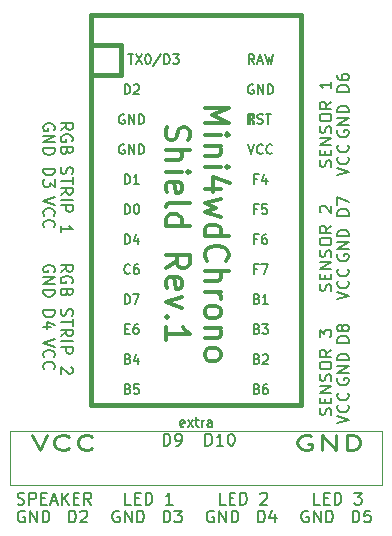
<source format=gto>
G04 #@! TF.GenerationSoftware,KiCad,Pcbnew,(5.1.5-0-10_14)*
G04 #@! TF.CreationDate,2020-03-08T22:31:04+01:00*
G04 #@! TF.ProjectId,pro_micro_shield,70726f5f-6d69-4637-926f-5f736869656c,rev?*
G04 #@! TF.SameCoordinates,Original*
G04 #@! TF.FileFunction,Legend,Top*
G04 #@! TF.FilePolarity,Positive*
%FSLAX46Y46*%
G04 Gerber Fmt 4.6, Leading zero omitted, Abs format (unit mm)*
G04 Created by KiCad (PCBNEW (5.1.5-0-10_14)) date 2020-03-08 22:31:04*
%MOMM*%
%LPD*%
G04 APERTURE LIST*
%ADD10C,0.150000*%
%ADD11C,0.120000*%
%ADD12C,0.250000*%
%ADD13C,0.300000*%
%ADD14C,0.381000*%
G04 APERTURE END LIST*
D10*
X173490476Y-104073809D02*
X173414285Y-104111904D01*
X173261904Y-104111904D01*
X173185714Y-104073809D01*
X173147619Y-103997619D01*
X173147619Y-103692857D01*
X173185714Y-103616666D01*
X173261904Y-103578571D01*
X173414285Y-103578571D01*
X173490476Y-103616666D01*
X173528571Y-103692857D01*
X173528571Y-103769047D01*
X173147619Y-103845238D01*
X173795238Y-104111904D02*
X174214285Y-103578571D01*
X173795238Y-103578571D02*
X174214285Y-104111904D01*
X174404761Y-103578571D02*
X174709523Y-103578571D01*
X174519047Y-103311904D02*
X174519047Y-103997619D01*
X174557142Y-104073809D01*
X174633333Y-104111904D01*
X174709523Y-104111904D01*
X174976190Y-104111904D02*
X174976190Y-103578571D01*
X174976190Y-103730952D02*
X175014285Y-103654761D01*
X175052380Y-103616666D01*
X175128571Y-103578571D01*
X175204761Y-103578571D01*
X175814285Y-104111904D02*
X175814285Y-103692857D01*
X175776190Y-103616666D01*
X175700000Y-103578571D01*
X175547619Y-103578571D01*
X175471428Y-103616666D01*
X175814285Y-104073809D02*
X175738095Y-104111904D01*
X175547619Y-104111904D01*
X175471428Y-104073809D01*
X175433333Y-103997619D01*
X175433333Y-103921428D01*
X175471428Y-103845238D01*
X175547619Y-103807142D01*
X175738095Y-103807142D01*
X175814285Y-103769047D01*
D11*
X158750000Y-104500000D02*
X158750000Y-109000000D01*
X190250000Y-104500000D02*
X158750000Y-104500000D01*
X190250000Y-109000000D02*
X190250000Y-104500000D01*
X158750000Y-109000000D02*
X190250000Y-109000000D01*
D12*
X184226190Y-104900000D02*
X184035714Y-104842857D01*
X183750000Y-104842857D01*
X183464285Y-104900000D01*
X183273809Y-105014285D01*
X183178571Y-105128571D01*
X183083333Y-105357142D01*
X183083333Y-105528571D01*
X183178571Y-105757142D01*
X183273809Y-105871428D01*
X183464285Y-105985714D01*
X183750000Y-106042857D01*
X183940476Y-106042857D01*
X184226190Y-105985714D01*
X184321428Y-105928571D01*
X184321428Y-105528571D01*
X183940476Y-105528571D01*
X185178571Y-106042857D02*
X185178571Y-104842857D01*
X186321428Y-106042857D01*
X186321428Y-104842857D01*
X187273809Y-106042857D02*
X187273809Y-104842857D01*
X187750000Y-104842857D01*
X188035714Y-104900000D01*
X188226190Y-105014285D01*
X188321428Y-105128571D01*
X188416666Y-105357142D01*
X188416666Y-105528571D01*
X188321428Y-105757142D01*
X188226190Y-105871428D01*
X188035714Y-105985714D01*
X187750000Y-106042857D01*
X187273809Y-106042857D01*
D13*
X175245238Y-77083333D02*
X177245238Y-77083333D01*
X175816666Y-77750000D01*
X177245238Y-78416666D01*
X175245238Y-78416666D01*
X175245238Y-79369047D02*
X176578571Y-79369047D01*
X177245238Y-79369047D02*
X177150000Y-79273809D01*
X177054761Y-79369047D01*
X177150000Y-79464285D01*
X177245238Y-79369047D01*
X177054761Y-79369047D01*
X176578571Y-80321428D02*
X175245238Y-80321428D01*
X176388095Y-80321428D02*
X176483333Y-80416666D01*
X176578571Y-80607142D01*
X176578571Y-80892857D01*
X176483333Y-81083333D01*
X176292857Y-81178571D01*
X175245238Y-81178571D01*
X175245238Y-82130952D02*
X176578571Y-82130952D01*
X177245238Y-82130952D02*
X177150000Y-82035714D01*
X177054761Y-82130952D01*
X177150000Y-82226190D01*
X177245238Y-82130952D01*
X177054761Y-82130952D01*
X176578571Y-83940476D02*
X175245238Y-83940476D01*
X177340476Y-83464285D02*
X175911904Y-82988095D01*
X175911904Y-84226190D01*
X176578571Y-84797619D02*
X175245238Y-85178571D01*
X176197619Y-85559523D01*
X175245238Y-85940476D01*
X176578571Y-86321428D01*
X175245238Y-87940476D02*
X177245238Y-87940476D01*
X175340476Y-87940476D02*
X175245238Y-87750000D01*
X175245238Y-87369047D01*
X175340476Y-87178571D01*
X175435714Y-87083333D01*
X175626190Y-86988095D01*
X176197619Y-86988095D01*
X176388095Y-87083333D01*
X176483333Y-87178571D01*
X176578571Y-87369047D01*
X176578571Y-87750000D01*
X176483333Y-87940476D01*
X175435714Y-90035714D02*
X175340476Y-89940476D01*
X175245238Y-89654761D01*
X175245238Y-89464285D01*
X175340476Y-89178571D01*
X175530952Y-88988095D01*
X175721428Y-88892857D01*
X176102380Y-88797619D01*
X176388095Y-88797619D01*
X176769047Y-88892857D01*
X176959523Y-88988095D01*
X177150000Y-89178571D01*
X177245238Y-89464285D01*
X177245238Y-89654761D01*
X177150000Y-89940476D01*
X177054761Y-90035714D01*
X175245238Y-90892857D02*
X177245238Y-90892857D01*
X175245238Y-91750000D02*
X176292857Y-91750000D01*
X176483333Y-91654761D01*
X176578571Y-91464285D01*
X176578571Y-91178571D01*
X176483333Y-90988095D01*
X176388095Y-90892857D01*
X175245238Y-92702380D02*
X176578571Y-92702380D01*
X176197619Y-92702380D02*
X176388095Y-92797619D01*
X176483333Y-92892857D01*
X176578571Y-93083333D01*
X176578571Y-93273809D01*
X175245238Y-94226190D02*
X175340476Y-94035714D01*
X175435714Y-93940476D01*
X175626190Y-93845238D01*
X176197619Y-93845238D01*
X176388095Y-93940476D01*
X176483333Y-94035714D01*
X176578571Y-94226190D01*
X176578571Y-94511904D01*
X176483333Y-94702380D01*
X176388095Y-94797619D01*
X176197619Y-94892857D01*
X175626190Y-94892857D01*
X175435714Y-94797619D01*
X175340476Y-94702380D01*
X175245238Y-94511904D01*
X175245238Y-94226190D01*
X176578571Y-95750000D02*
X175245238Y-95750000D01*
X176388095Y-95750000D02*
X176483333Y-95845238D01*
X176578571Y-96035714D01*
X176578571Y-96321428D01*
X176483333Y-96511904D01*
X176292857Y-96607142D01*
X175245238Y-96607142D01*
X175245238Y-97845238D02*
X175340476Y-97654761D01*
X175435714Y-97559523D01*
X175626190Y-97464285D01*
X176197619Y-97464285D01*
X176388095Y-97559523D01*
X176483333Y-97654761D01*
X176578571Y-97845238D01*
X176578571Y-98130952D01*
X176483333Y-98321428D01*
X176388095Y-98416666D01*
X176197619Y-98511904D01*
X175626190Y-98511904D01*
X175435714Y-98416666D01*
X175340476Y-98321428D01*
X175245238Y-98130952D01*
X175245238Y-97845238D01*
X172040476Y-78702380D02*
X171945238Y-78988095D01*
X171945238Y-79464285D01*
X172040476Y-79654761D01*
X172135714Y-79750000D01*
X172326190Y-79845238D01*
X172516666Y-79845238D01*
X172707142Y-79750000D01*
X172802380Y-79654761D01*
X172897619Y-79464285D01*
X172992857Y-79083333D01*
X173088095Y-78892857D01*
X173183333Y-78797619D01*
X173373809Y-78702380D01*
X173564285Y-78702380D01*
X173754761Y-78797619D01*
X173850000Y-78892857D01*
X173945238Y-79083333D01*
X173945238Y-79559523D01*
X173850000Y-79845238D01*
X171945238Y-80702380D02*
X173945238Y-80702380D01*
X171945238Y-81559523D02*
X172992857Y-81559523D01*
X173183333Y-81464285D01*
X173278571Y-81273809D01*
X173278571Y-80988095D01*
X173183333Y-80797619D01*
X173088095Y-80702380D01*
X171945238Y-82511904D02*
X173278571Y-82511904D01*
X173945238Y-82511904D02*
X173850000Y-82416666D01*
X173754761Y-82511904D01*
X173850000Y-82607142D01*
X173945238Y-82511904D01*
X173754761Y-82511904D01*
X172040476Y-84226190D02*
X171945238Y-84035714D01*
X171945238Y-83654761D01*
X172040476Y-83464285D01*
X172230952Y-83369047D01*
X172992857Y-83369047D01*
X173183333Y-83464285D01*
X173278571Y-83654761D01*
X173278571Y-84035714D01*
X173183333Y-84226190D01*
X172992857Y-84321428D01*
X172802380Y-84321428D01*
X172611904Y-83369047D01*
X171945238Y-85464285D02*
X172040476Y-85273809D01*
X172230952Y-85178571D01*
X173945238Y-85178571D01*
X171945238Y-87083333D02*
X173945238Y-87083333D01*
X172040476Y-87083333D02*
X171945238Y-86892857D01*
X171945238Y-86511904D01*
X172040476Y-86321428D01*
X172135714Y-86226190D01*
X172326190Y-86130952D01*
X172897619Y-86130952D01*
X173088095Y-86226190D01*
X173183333Y-86321428D01*
X173278571Y-86511904D01*
X173278571Y-86892857D01*
X173183333Y-87083333D01*
X171945238Y-90702380D02*
X172897619Y-90035714D01*
X171945238Y-89559523D02*
X173945238Y-89559523D01*
X173945238Y-90321428D01*
X173850000Y-90511904D01*
X173754761Y-90607142D01*
X173564285Y-90702380D01*
X173278571Y-90702380D01*
X173088095Y-90607142D01*
X172992857Y-90511904D01*
X172897619Y-90321428D01*
X172897619Y-89559523D01*
X172040476Y-92321428D02*
X171945238Y-92130952D01*
X171945238Y-91750000D01*
X172040476Y-91559523D01*
X172230952Y-91464285D01*
X172992857Y-91464285D01*
X173183333Y-91559523D01*
X173278571Y-91750000D01*
X173278571Y-92130952D01*
X173183333Y-92321428D01*
X172992857Y-92416666D01*
X172802380Y-92416666D01*
X172611904Y-91464285D01*
X173278571Y-93083333D02*
X171945238Y-93559523D01*
X173278571Y-94035714D01*
X172135714Y-94797619D02*
X172040476Y-94892857D01*
X171945238Y-94797619D01*
X172040476Y-94702380D01*
X172135714Y-94797619D01*
X171945238Y-94797619D01*
X171945238Y-96797619D02*
X171945238Y-95654761D01*
X171945238Y-96226190D02*
X173945238Y-96226190D01*
X173659523Y-96035714D01*
X173469047Y-95845238D01*
X173373809Y-95654761D01*
D10*
X185904761Y-103119047D02*
X185952380Y-102976190D01*
X185952380Y-102738095D01*
X185904761Y-102642857D01*
X185857142Y-102595238D01*
X185761904Y-102547619D01*
X185666666Y-102547619D01*
X185571428Y-102595238D01*
X185523809Y-102642857D01*
X185476190Y-102738095D01*
X185428571Y-102928571D01*
X185380952Y-103023809D01*
X185333333Y-103071428D01*
X185238095Y-103119047D01*
X185142857Y-103119047D01*
X185047619Y-103071428D01*
X185000000Y-103023809D01*
X184952380Y-102928571D01*
X184952380Y-102690476D01*
X185000000Y-102547619D01*
X185428571Y-102119047D02*
X185428571Y-101785714D01*
X185952380Y-101642857D02*
X185952380Y-102119047D01*
X184952380Y-102119047D01*
X184952380Y-101642857D01*
X185952380Y-101214285D02*
X184952380Y-101214285D01*
X185952380Y-100642857D01*
X184952380Y-100642857D01*
X185904761Y-100214285D02*
X185952380Y-100071428D01*
X185952380Y-99833333D01*
X185904761Y-99738095D01*
X185857142Y-99690476D01*
X185761904Y-99642857D01*
X185666666Y-99642857D01*
X185571428Y-99690476D01*
X185523809Y-99738095D01*
X185476190Y-99833333D01*
X185428571Y-100023809D01*
X185380952Y-100119047D01*
X185333333Y-100166666D01*
X185238095Y-100214285D01*
X185142857Y-100214285D01*
X185047619Y-100166666D01*
X185000000Y-100119047D01*
X184952380Y-100023809D01*
X184952380Y-99785714D01*
X185000000Y-99642857D01*
X184952380Y-99023809D02*
X184952380Y-98833333D01*
X185000000Y-98738095D01*
X185095238Y-98642857D01*
X185285714Y-98595238D01*
X185619047Y-98595238D01*
X185809523Y-98642857D01*
X185904761Y-98738095D01*
X185952380Y-98833333D01*
X185952380Y-99023809D01*
X185904761Y-99119047D01*
X185809523Y-99214285D01*
X185619047Y-99261904D01*
X185285714Y-99261904D01*
X185095238Y-99214285D01*
X185000000Y-99119047D01*
X184952380Y-99023809D01*
X185952380Y-97595238D02*
X185476190Y-97928571D01*
X185952380Y-98166666D02*
X184952380Y-98166666D01*
X184952380Y-97785714D01*
X185000000Y-97690476D01*
X185047619Y-97642857D01*
X185142857Y-97595238D01*
X185285714Y-97595238D01*
X185380952Y-97642857D01*
X185428571Y-97690476D01*
X185476190Y-97785714D01*
X185476190Y-98166666D01*
X184952380Y-96500000D02*
X184952380Y-95880952D01*
X185333333Y-96214285D01*
X185333333Y-96071428D01*
X185380952Y-95976190D01*
X185428571Y-95928571D01*
X185523809Y-95880952D01*
X185761904Y-95880952D01*
X185857142Y-95928571D01*
X185904761Y-95976190D01*
X185952380Y-96071428D01*
X185952380Y-96357142D01*
X185904761Y-96452380D01*
X185857142Y-96500000D01*
X185904761Y-92619047D02*
X185952380Y-92476190D01*
X185952380Y-92238095D01*
X185904761Y-92142857D01*
X185857142Y-92095238D01*
X185761904Y-92047619D01*
X185666666Y-92047619D01*
X185571428Y-92095238D01*
X185523809Y-92142857D01*
X185476190Y-92238095D01*
X185428571Y-92428571D01*
X185380952Y-92523809D01*
X185333333Y-92571428D01*
X185238095Y-92619047D01*
X185142857Y-92619047D01*
X185047619Y-92571428D01*
X185000000Y-92523809D01*
X184952380Y-92428571D01*
X184952380Y-92190476D01*
X185000000Y-92047619D01*
X185428571Y-91619047D02*
X185428571Y-91285714D01*
X185952380Y-91142857D02*
X185952380Y-91619047D01*
X184952380Y-91619047D01*
X184952380Y-91142857D01*
X185952380Y-90714285D02*
X184952380Y-90714285D01*
X185952380Y-90142857D01*
X184952380Y-90142857D01*
X185904761Y-89714285D02*
X185952380Y-89571428D01*
X185952380Y-89333333D01*
X185904761Y-89238095D01*
X185857142Y-89190476D01*
X185761904Y-89142857D01*
X185666666Y-89142857D01*
X185571428Y-89190476D01*
X185523809Y-89238095D01*
X185476190Y-89333333D01*
X185428571Y-89523809D01*
X185380952Y-89619047D01*
X185333333Y-89666666D01*
X185238095Y-89714285D01*
X185142857Y-89714285D01*
X185047619Y-89666666D01*
X185000000Y-89619047D01*
X184952380Y-89523809D01*
X184952380Y-89285714D01*
X185000000Y-89142857D01*
X184952380Y-88523809D02*
X184952380Y-88333333D01*
X185000000Y-88238095D01*
X185095238Y-88142857D01*
X185285714Y-88095238D01*
X185619047Y-88095238D01*
X185809523Y-88142857D01*
X185904761Y-88238095D01*
X185952380Y-88333333D01*
X185952380Y-88523809D01*
X185904761Y-88619047D01*
X185809523Y-88714285D01*
X185619047Y-88761904D01*
X185285714Y-88761904D01*
X185095238Y-88714285D01*
X185000000Y-88619047D01*
X184952380Y-88523809D01*
X185952380Y-87095238D02*
X185476190Y-87428571D01*
X185952380Y-87666666D02*
X184952380Y-87666666D01*
X184952380Y-87285714D01*
X185000000Y-87190476D01*
X185047619Y-87142857D01*
X185142857Y-87095238D01*
X185285714Y-87095238D01*
X185380952Y-87142857D01*
X185428571Y-87190476D01*
X185476190Y-87285714D01*
X185476190Y-87666666D01*
X185047619Y-85952380D02*
X185000000Y-85904761D01*
X184952380Y-85809523D01*
X184952380Y-85571428D01*
X185000000Y-85476190D01*
X185047619Y-85428571D01*
X185142857Y-85380952D01*
X185238095Y-85380952D01*
X185380952Y-85428571D01*
X185952380Y-86000000D01*
X185952380Y-85380952D01*
X185904761Y-82119047D02*
X185952380Y-81976190D01*
X185952380Y-81738095D01*
X185904761Y-81642857D01*
X185857142Y-81595238D01*
X185761904Y-81547619D01*
X185666666Y-81547619D01*
X185571428Y-81595238D01*
X185523809Y-81642857D01*
X185476190Y-81738095D01*
X185428571Y-81928571D01*
X185380952Y-82023809D01*
X185333333Y-82071428D01*
X185238095Y-82119047D01*
X185142857Y-82119047D01*
X185047619Y-82071428D01*
X185000000Y-82023809D01*
X184952380Y-81928571D01*
X184952380Y-81690476D01*
X185000000Y-81547619D01*
X185428571Y-81119047D02*
X185428571Y-80785714D01*
X185952380Y-80642857D02*
X185952380Y-81119047D01*
X184952380Y-81119047D01*
X184952380Y-80642857D01*
X185952380Y-80214285D02*
X184952380Y-80214285D01*
X185952380Y-79642857D01*
X184952380Y-79642857D01*
X185904761Y-79214285D02*
X185952380Y-79071428D01*
X185952380Y-78833333D01*
X185904761Y-78738095D01*
X185857142Y-78690476D01*
X185761904Y-78642857D01*
X185666666Y-78642857D01*
X185571428Y-78690476D01*
X185523809Y-78738095D01*
X185476190Y-78833333D01*
X185428571Y-79023809D01*
X185380952Y-79119047D01*
X185333333Y-79166666D01*
X185238095Y-79214285D01*
X185142857Y-79214285D01*
X185047619Y-79166666D01*
X185000000Y-79119047D01*
X184952380Y-79023809D01*
X184952380Y-78785714D01*
X185000000Y-78642857D01*
X184952380Y-78023809D02*
X184952380Y-77833333D01*
X185000000Y-77738095D01*
X185095238Y-77642857D01*
X185285714Y-77595238D01*
X185619047Y-77595238D01*
X185809523Y-77642857D01*
X185904761Y-77738095D01*
X185952380Y-77833333D01*
X185952380Y-78023809D01*
X185904761Y-78119047D01*
X185809523Y-78214285D01*
X185619047Y-78261904D01*
X185285714Y-78261904D01*
X185095238Y-78214285D01*
X185000000Y-78119047D01*
X184952380Y-78023809D01*
X185952380Y-76595238D02*
X185476190Y-76928571D01*
X185952380Y-77166666D02*
X184952380Y-77166666D01*
X184952380Y-76785714D01*
X185000000Y-76690476D01*
X185047619Y-76642857D01*
X185142857Y-76595238D01*
X185285714Y-76595238D01*
X185380952Y-76642857D01*
X185428571Y-76690476D01*
X185476190Y-76785714D01*
X185476190Y-77166666D01*
X185952380Y-74880952D02*
X185952380Y-75452380D01*
X185952380Y-75166666D02*
X184952380Y-75166666D01*
X185095238Y-75261904D01*
X185190476Y-75357142D01*
X185238095Y-75452380D01*
X185000000Y-110702380D02*
X184523809Y-110702380D01*
X184523809Y-109702380D01*
X185333333Y-110178571D02*
X185666666Y-110178571D01*
X185809523Y-110702380D02*
X185333333Y-110702380D01*
X185333333Y-109702380D01*
X185809523Y-109702380D01*
X186238095Y-110702380D02*
X186238095Y-109702380D01*
X186476190Y-109702380D01*
X186619047Y-109750000D01*
X186714285Y-109845238D01*
X186761904Y-109940476D01*
X186809523Y-110130952D01*
X186809523Y-110273809D01*
X186761904Y-110464285D01*
X186714285Y-110559523D01*
X186619047Y-110654761D01*
X186476190Y-110702380D01*
X186238095Y-110702380D01*
X187904761Y-109702380D02*
X188523809Y-109702380D01*
X188190476Y-110083333D01*
X188333333Y-110083333D01*
X188428571Y-110130952D01*
X188476190Y-110178571D01*
X188523809Y-110273809D01*
X188523809Y-110511904D01*
X188476190Y-110607142D01*
X188428571Y-110654761D01*
X188333333Y-110702380D01*
X188047619Y-110702380D01*
X187952380Y-110654761D01*
X187904761Y-110607142D01*
X177000000Y-110702380D02*
X176523809Y-110702380D01*
X176523809Y-109702380D01*
X177333333Y-110178571D02*
X177666666Y-110178571D01*
X177809523Y-110702380D02*
X177333333Y-110702380D01*
X177333333Y-109702380D01*
X177809523Y-109702380D01*
X178238095Y-110702380D02*
X178238095Y-109702380D01*
X178476190Y-109702380D01*
X178619047Y-109750000D01*
X178714285Y-109845238D01*
X178761904Y-109940476D01*
X178809523Y-110130952D01*
X178809523Y-110273809D01*
X178761904Y-110464285D01*
X178714285Y-110559523D01*
X178619047Y-110654761D01*
X178476190Y-110702380D01*
X178238095Y-110702380D01*
X179952380Y-109797619D02*
X180000000Y-109750000D01*
X180095238Y-109702380D01*
X180333333Y-109702380D01*
X180428571Y-109750000D01*
X180476190Y-109797619D01*
X180523809Y-109892857D01*
X180523809Y-109988095D01*
X180476190Y-110130952D01*
X179904761Y-110702380D01*
X180523809Y-110702380D01*
X169000000Y-110702380D02*
X168523809Y-110702380D01*
X168523809Y-109702380D01*
X169333333Y-110178571D02*
X169666666Y-110178571D01*
X169809523Y-110702380D02*
X169333333Y-110702380D01*
X169333333Y-109702380D01*
X169809523Y-109702380D01*
X170238095Y-110702380D02*
X170238095Y-109702380D01*
X170476190Y-109702380D01*
X170619047Y-109750000D01*
X170714285Y-109845238D01*
X170761904Y-109940476D01*
X170809523Y-110130952D01*
X170809523Y-110273809D01*
X170761904Y-110464285D01*
X170714285Y-110559523D01*
X170619047Y-110654761D01*
X170476190Y-110702380D01*
X170238095Y-110702380D01*
X172523809Y-110702380D02*
X171952380Y-110702380D01*
X172238095Y-110702380D02*
X172238095Y-109702380D01*
X172142857Y-109845238D01*
X172047619Y-109940476D01*
X171952380Y-109988095D01*
X163047619Y-90976190D02*
X163523809Y-90642857D01*
X163047619Y-90404761D02*
X164047619Y-90404761D01*
X164047619Y-90785714D01*
X164000000Y-90880952D01*
X163952380Y-90928571D01*
X163857142Y-90976190D01*
X163714285Y-90976190D01*
X163619047Y-90928571D01*
X163571428Y-90880952D01*
X163523809Y-90785714D01*
X163523809Y-90404761D01*
X164000000Y-91928571D02*
X164047619Y-91833333D01*
X164047619Y-91690476D01*
X164000000Y-91547619D01*
X163904761Y-91452380D01*
X163809523Y-91404761D01*
X163619047Y-91357142D01*
X163476190Y-91357142D01*
X163285714Y-91404761D01*
X163190476Y-91452380D01*
X163095238Y-91547619D01*
X163047619Y-91690476D01*
X163047619Y-91785714D01*
X163095238Y-91928571D01*
X163142857Y-91976190D01*
X163476190Y-91976190D01*
X163476190Y-91785714D01*
X163571428Y-92738095D02*
X163523809Y-92880952D01*
X163476190Y-92928571D01*
X163380952Y-92976190D01*
X163238095Y-92976190D01*
X163142857Y-92928571D01*
X163095238Y-92880952D01*
X163047619Y-92785714D01*
X163047619Y-92404761D01*
X164047619Y-92404761D01*
X164047619Y-92738095D01*
X164000000Y-92833333D01*
X163952380Y-92880952D01*
X163857142Y-92928571D01*
X163761904Y-92928571D01*
X163666666Y-92880952D01*
X163619047Y-92833333D01*
X163571428Y-92738095D01*
X163571428Y-92404761D01*
X163095238Y-94119047D02*
X163047619Y-94261904D01*
X163047619Y-94500000D01*
X163095238Y-94595238D01*
X163142857Y-94642857D01*
X163238095Y-94690476D01*
X163333333Y-94690476D01*
X163428571Y-94642857D01*
X163476190Y-94595238D01*
X163523809Y-94500000D01*
X163571428Y-94309523D01*
X163619047Y-94214285D01*
X163666666Y-94166666D01*
X163761904Y-94119047D01*
X163857142Y-94119047D01*
X163952380Y-94166666D01*
X164000000Y-94214285D01*
X164047619Y-94309523D01*
X164047619Y-94547619D01*
X164000000Y-94690476D01*
X164047619Y-94976190D02*
X164047619Y-95547619D01*
X163047619Y-95261904D02*
X164047619Y-95261904D01*
X163047619Y-96452380D02*
X163523809Y-96119047D01*
X163047619Y-95880952D02*
X164047619Y-95880952D01*
X164047619Y-96261904D01*
X164000000Y-96357142D01*
X163952380Y-96404761D01*
X163857142Y-96452380D01*
X163714285Y-96452380D01*
X163619047Y-96404761D01*
X163571428Y-96357142D01*
X163523809Y-96261904D01*
X163523809Y-95880952D01*
X163047619Y-96880952D02*
X164047619Y-96880952D01*
X163047619Y-97357142D02*
X164047619Y-97357142D01*
X164047619Y-97738095D01*
X164000000Y-97833333D01*
X163952380Y-97880952D01*
X163857142Y-97928571D01*
X163714285Y-97928571D01*
X163619047Y-97880952D01*
X163571428Y-97833333D01*
X163523809Y-97738095D01*
X163523809Y-97357142D01*
X163952380Y-99071428D02*
X164000000Y-99119047D01*
X164047619Y-99214285D01*
X164047619Y-99452380D01*
X164000000Y-99547619D01*
X163952380Y-99595238D01*
X163857142Y-99642857D01*
X163761904Y-99642857D01*
X163619047Y-99595238D01*
X163047619Y-99023809D01*
X163047619Y-99642857D01*
X163047619Y-78976190D02*
X163523809Y-78642857D01*
X163047619Y-78404761D02*
X164047619Y-78404761D01*
X164047619Y-78785714D01*
X164000000Y-78880952D01*
X163952380Y-78928571D01*
X163857142Y-78976190D01*
X163714285Y-78976190D01*
X163619047Y-78928571D01*
X163571428Y-78880952D01*
X163523809Y-78785714D01*
X163523809Y-78404761D01*
X164000000Y-79928571D02*
X164047619Y-79833333D01*
X164047619Y-79690476D01*
X164000000Y-79547619D01*
X163904761Y-79452380D01*
X163809523Y-79404761D01*
X163619047Y-79357142D01*
X163476190Y-79357142D01*
X163285714Y-79404761D01*
X163190476Y-79452380D01*
X163095238Y-79547619D01*
X163047619Y-79690476D01*
X163047619Y-79785714D01*
X163095238Y-79928571D01*
X163142857Y-79976190D01*
X163476190Y-79976190D01*
X163476190Y-79785714D01*
X163571428Y-80738095D02*
X163523809Y-80880952D01*
X163476190Y-80928571D01*
X163380952Y-80976190D01*
X163238095Y-80976190D01*
X163142857Y-80928571D01*
X163095238Y-80880952D01*
X163047619Y-80785714D01*
X163047619Y-80404761D01*
X164047619Y-80404761D01*
X164047619Y-80738095D01*
X164000000Y-80833333D01*
X163952380Y-80880952D01*
X163857142Y-80928571D01*
X163761904Y-80928571D01*
X163666666Y-80880952D01*
X163619047Y-80833333D01*
X163571428Y-80738095D01*
X163571428Y-80404761D01*
X163095238Y-82119047D02*
X163047619Y-82261904D01*
X163047619Y-82500000D01*
X163095238Y-82595238D01*
X163142857Y-82642857D01*
X163238095Y-82690476D01*
X163333333Y-82690476D01*
X163428571Y-82642857D01*
X163476190Y-82595238D01*
X163523809Y-82500000D01*
X163571428Y-82309523D01*
X163619047Y-82214285D01*
X163666666Y-82166666D01*
X163761904Y-82119047D01*
X163857142Y-82119047D01*
X163952380Y-82166666D01*
X164000000Y-82214285D01*
X164047619Y-82309523D01*
X164047619Y-82547619D01*
X164000000Y-82690476D01*
X164047619Y-82976190D02*
X164047619Y-83547619D01*
X163047619Y-83261904D02*
X164047619Y-83261904D01*
X163047619Y-84452380D02*
X163523809Y-84119047D01*
X163047619Y-83880952D02*
X164047619Y-83880952D01*
X164047619Y-84261904D01*
X164000000Y-84357142D01*
X163952380Y-84404761D01*
X163857142Y-84452380D01*
X163714285Y-84452380D01*
X163619047Y-84404761D01*
X163571428Y-84357142D01*
X163523809Y-84261904D01*
X163523809Y-83880952D01*
X163047619Y-84880952D02*
X164047619Y-84880952D01*
X163047619Y-85357142D02*
X164047619Y-85357142D01*
X164047619Y-85738095D01*
X164000000Y-85833333D01*
X163952380Y-85880952D01*
X163857142Y-85928571D01*
X163714285Y-85928571D01*
X163619047Y-85880952D01*
X163571428Y-85833333D01*
X163523809Y-85738095D01*
X163523809Y-85357142D01*
X163047619Y-87642857D02*
X163047619Y-87071428D01*
X163047619Y-87357142D02*
X164047619Y-87357142D01*
X163904761Y-87261904D01*
X163809523Y-87166666D01*
X163761904Y-87071428D01*
X159380952Y-110654761D02*
X159523809Y-110702380D01*
X159761904Y-110702380D01*
X159857142Y-110654761D01*
X159904761Y-110607142D01*
X159952380Y-110511904D01*
X159952380Y-110416666D01*
X159904761Y-110321428D01*
X159857142Y-110273809D01*
X159761904Y-110226190D01*
X159571428Y-110178571D01*
X159476190Y-110130952D01*
X159428571Y-110083333D01*
X159380952Y-109988095D01*
X159380952Y-109892857D01*
X159428571Y-109797619D01*
X159476190Y-109750000D01*
X159571428Y-109702380D01*
X159809523Y-109702380D01*
X159952380Y-109750000D01*
X160380952Y-110702380D02*
X160380952Y-109702380D01*
X160761904Y-109702380D01*
X160857142Y-109750000D01*
X160904761Y-109797619D01*
X160952380Y-109892857D01*
X160952380Y-110035714D01*
X160904761Y-110130952D01*
X160857142Y-110178571D01*
X160761904Y-110226190D01*
X160380952Y-110226190D01*
X161380952Y-110178571D02*
X161714285Y-110178571D01*
X161857142Y-110702380D02*
X161380952Y-110702380D01*
X161380952Y-109702380D01*
X161857142Y-109702380D01*
X162238095Y-110416666D02*
X162714285Y-110416666D01*
X162142857Y-110702380D02*
X162476190Y-109702380D01*
X162809523Y-110702380D01*
X163142857Y-110702380D02*
X163142857Y-109702380D01*
X163714285Y-110702380D02*
X163285714Y-110130952D01*
X163714285Y-109702380D02*
X163142857Y-110273809D01*
X164142857Y-110178571D02*
X164476190Y-110178571D01*
X164619047Y-110702380D02*
X164142857Y-110702380D01*
X164142857Y-109702380D01*
X164619047Y-109702380D01*
X165619047Y-110702380D02*
X165285714Y-110226190D01*
X165047619Y-110702380D02*
X165047619Y-109702380D01*
X165428571Y-109702380D01*
X165523809Y-109750000D01*
X165571428Y-109797619D01*
X165619047Y-109892857D01*
X165619047Y-110035714D01*
X165571428Y-110130952D01*
X165523809Y-110178571D01*
X165428571Y-110226190D01*
X165047619Y-110226190D01*
X187452380Y-96988095D02*
X186452380Y-96988095D01*
X186452380Y-96750000D01*
X186500000Y-96607142D01*
X186595238Y-96511904D01*
X186690476Y-96464285D01*
X186880952Y-96416666D01*
X187023809Y-96416666D01*
X187214285Y-96464285D01*
X187309523Y-96511904D01*
X187404761Y-96607142D01*
X187452380Y-96750000D01*
X187452380Y-96988095D01*
X186880952Y-95845238D02*
X186833333Y-95940476D01*
X186785714Y-95988095D01*
X186690476Y-96035714D01*
X186642857Y-96035714D01*
X186547619Y-95988095D01*
X186500000Y-95940476D01*
X186452380Y-95845238D01*
X186452380Y-95654761D01*
X186500000Y-95559523D01*
X186547619Y-95511904D01*
X186642857Y-95464285D01*
X186690476Y-95464285D01*
X186785714Y-95511904D01*
X186833333Y-95559523D01*
X186880952Y-95654761D01*
X186880952Y-95845238D01*
X186928571Y-95940476D01*
X186976190Y-95988095D01*
X187071428Y-96035714D01*
X187261904Y-96035714D01*
X187357142Y-95988095D01*
X187404761Y-95940476D01*
X187452380Y-95845238D01*
X187452380Y-95654761D01*
X187404761Y-95559523D01*
X187357142Y-95511904D01*
X187261904Y-95464285D01*
X187071428Y-95464285D01*
X186976190Y-95511904D01*
X186928571Y-95559523D01*
X186880952Y-95654761D01*
X187452380Y-86238095D02*
X186452380Y-86238095D01*
X186452380Y-86000000D01*
X186500000Y-85857142D01*
X186595238Y-85761904D01*
X186690476Y-85714285D01*
X186880952Y-85666666D01*
X187023809Y-85666666D01*
X187214285Y-85714285D01*
X187309523Y-85761904D01*
X187404761Y-85857142D01*
X187452380Y-86000000D01*
X187452380Y-86238095D01*
X186452380Y-85333333D02*
X186452380Y-84666666D01*
X187452380Y-85095238D01*
X187452380Y-75738095D02*
X186452380Y-75738095D01*
X186452380Y-75500000D01*
X186500000Y-75357142D01*
X186595238Y-75261904D01*
X186690476Y-75214285D01*
X186880952Y-75166666D01*
X187023809Y-75166666D01*
X187214285Y-75214285D01*
X187309523Y-75261904D01*
X187404761Y-75357142D01*
X187452380Y-75500000D01*
X187452380Y-75738095D01*
X186452380Y-74309523D02*
X186452380Y-74500000D01*
X186500000Y-74595238D01*
X186547619Y-74642857D01*
X186690476Y-74738095D01*
X186880952Y-74785714D01*
X187261904Y-74785714D01*
X187357142Y-74738095D01*
X187404761Y-74690476D01*
X187452380Y-74595238D01*
X187452380Y-74404761D01*
X187404761Y-74309523D01*
X187357142Y-74261904D01*
X187261904Y-74214285D01*
X187023809Y-74214285D01*
X186928571Y-74261904D01*
X186880952Y-74309523D01*
X186833333Y-74404761D01*
X186833333Y-74595238D01*
X186880952Y-74690476D01*
X186928571Y-74738095D01*
X187023809Y-74785714D01*
X187761904Y-112202380D02*
X187761904Y-111202380D01*
X188000000Y-111202380D01*
X188142857Y-111250000D01*
X188238095Y-111345238D01*
X188285714Y-111440476D01*
X188333333Y-111630952D01*
X188333333Y-111773809D01*
X188285714Y-111964285D01*
X188238095Y-112059523D01*
X188142857Y-112154761D01*
X188000000Y-112202380D01*
X187761904Y-112202380D01*
X189238095Y-111202380D02*
X188761904Y-111202380D01*
X188714285Y-111678571D01*
X188761904Y-111630952D01*
X188857142Y-111583333D01*
X189095238Y-111583333D01*
X189190476Y-111630952D01*
X189238095Y-111678571D01*
X189285714Y-111773809D01*
X189285714Y-112011904D01*
X189238095Y-112107142D01*
X189190476Y-112154761D01*
X189095238Y-112202380D01*
X188857142Y-112202380D01*
X188761904Y-112154761D01*
X188714285Y-112107142D01*
X161547619Y-94261904D02*
X162547619Y-94261904D01*
X162547619Y-94500000D01*
X162500000Y-94642857D01*
X162404761Y-94738095D01*
X162309523Y-94785714D01*
X162119047Y-94833333D01*
X161976190Y-94833333D01*
X161785714Y-94785714D01*
X161690476Y-94738095D01*
X161595238Y-94642857D01*
X161547619Y-94500000D01*
X161547619Y-94261904D01*
X162214285Y-95690476D02*
X161547619Y-95690476D01*
X162595238Y-95452380D02*
X161880952Y-95214285D01*
X161880952Y-95833333D01*
X179761904Y-112202380D02*
X179761904Y-111202380D01*
X180000000Y-111202380D01*
X180142857Y-111250000D01*
X180238095Y-111345238D01*
X180285714Y-111440476D01*
X180333333Y-111630952D01*
X180333333Y-111773809D01*
X180285714Y-111964285D01*
X180238095Y-112059523D01*
X180142857Y-112154761D01*
X180000000Y-112202380D01*
X179761904Y-112202380D01*
X181190476Y-111535714D02*
X181190476Y-112202380D01*
X180952380Y-111154761D02*
X180714285Y-111869047D01*
X181333333Y-111869047D01*
X161547619Y-82261904D02*
X162547619Y-82261904D01*
X162547619Y-82500000D01*
X162500000Y-82642857D01*
X162404761Y-82738095D01*
X162309523Y-82785714D01*
X162119047Y-82833333D01*
X161976190Y-82833333D01*
X161785714Y-82785714D01*
X161690476Y-82738095D01*
X161595238Y-82642857D01*
X161547619Y-82500000D01*
X161547619Y-82261904D01*
X162547619Y-83166666D02*
X162547619Y-83785714D01*
X162166666Y-83452380D01*
X162166666Y-83595238D01*
X162119047Y-83690476D01*
X162071428Y-83738095D01*
X161976190Y-83785714D01*
X161738095Y-83785714D01*
X161642857Y-83738095D01*
X161595238Y-83690476D01*
X161547619Y-83595238D01*
X161547619Y-83309523D01*
X161595238Y-83214285D01*
X161642857Y-83166666D01*
X171761904Y-112202380D02*
X171761904Y-111202380D01*
X172000000Y-111202380D01*
X172142857Y-111250000D01*
X172238095Y-111345238D01*
X172285714Y-111440476D01*
X172333333Y-111630952D01*
X172333333Y-111773809D01*
X172285714Y-111964285D01*
X172238095Y-112059523D01*
X172142857Y-112154761D01*
X172000000Y-112202380D01*
X171761904Y-112202380D01*
X172666666Y-111202380D02*
X173285714Y-111202380D01*
X172952380Y-111583333D01*
X173095238Y-111583333D01*
X173190476Y-111630952D01*
X173238095Y-111678571D01*
X173285714Y-111773809D01*
X173285714Y-112011904D01*
X173238095Y-112107142D01*
X173190476Y-112154761D01*
X173095238Y-112202380D01*
X172809523Y-112202380D01*
X172714285Y-112154761D01*
X172666666Y-112107142D01*
X163761904Y-112202380D02*
X163761904Y-111202380D01*
X164000000Y-111202380D01*
X164142857Y-111250000D01*
X164238095Y-111345238D01*
X164285714Y-111440476D01*
X164333333Y-111630952D01*
X164333333Y-111773809D01*
X164285714Y-111964285D01*
X164238095Y-112059523D01*
X164142857Y-112154761D01*
X164000000Y-112202380D01*
X163761904Y-112202380D01*
X164714285Y-111297619D02*
X164761904Y-111250000D01*
X164857142Y-111202380D01*
X165095238Y-111202380D01*
X165190476Y-111250000D01*
X165238095Y-111297619D01*
X165285714Y-111392857D01*
X165285714Y-111488095D01*
X165238095Y-111630952D01*
X164666666Y-112202380D01*
X165285714Y-112202380D01*
X175285714Y-105702380D02*
X175285714Y-104702380D01*
X175523809Y-104702380D01*
X175666666Y-104750000D01*
X175761904Y-104845238D01*
X175809523Y-104940476D01*
X175857142Y-105130952D01*
X175857142Y-105273809D01*
X175809523Y-105464285D01*
X175761904Y-105559523D01*
X175666666Y-105654761D01*
X175523809Y-105702380D01*
X175285714Y-105702380D01*
X176809523Y-105702380D02*
X176238095Y-105702380D01*
X176523809Y-105702380D02*
X176523809Y-104702380D01*
X176428571Y-104845238D01*
X176333333Y-104940476D01*
X176238095Y-104988095D01*
X177428571Y-104702380D02*
X177523809Y-104702380D01*
X177619047Y-104750000D01*
X177666666Y-104797619D01*
X177714285Y-104892857D01*
X177761904Y-105083333D01*
X177761904Y-105321428D01*
X177714285Y-105511904D01*
X177666666Y-105607142D01*
X177619047Y-105654761D01*
X177523809Y-105702380D01*
X177428571Y-105702380D01*
X177333333Y-105654761D01*
X177285714Y-105607142D01*
X177238095Y-105511904D01*
X177190476Y-105321428D01*
X177190476Y-105083333D01*
X177238095Y-104892857D01*
X177285714Y-104797619D01*
X177333333Y-104750000D01*
X177428571Y-104702380D01*
X171761904Y-105702380D02*
X171761904Y-104702380D01*
X172000000Y-104702380D01*
X172142857Y-104750000D01*
X172238095Y-104845238D01*
X172285714Y-104940476D01*
X172333333Y-105130952D01*
X172333333Y-105273809D01*
X172285714Y-105464285D01*
X172238095Y-105559523D01*
X172142857Y-105654761D01*
X172000000Y-105702380D01*
X171761904Y-105702380D01*
X172809523Y-105702380D02*
X173000000Y-105702380D01*
X173095238Y-105654761D01*
X173142857Y-105607142D01*
X173238095Y-105464285D01*
X173285714Y-105273809D01*
X173285714Y-104892857D01*
X173238095Y-104797619D01*
X173190476Y-104750000D01*
X173095238Y-104702380D01*
X172904761Y-104702380D01*
X172809523Y-104750000D01*
X172761904Y-104797619D01*
X172714285Y-104892857D01*
X172714285Y-105130952D01*
X172761904Y-105226190D01*
X172809523Y-105273809D01*
X172904761Y-105321428D01*
X173095238Y-105321428D01*
X173190476Y-105273809D01*
X173238095Y-105226190D01*
X173285714Y-105130952D01*
X186452380Y-82833333D02*
X187452380Y-82500000D01*
X186452380Y-82166666D01*
X187357142Y-81261904D02*
X187404761Y-81309523D01*
X187452380Y-81452380D01*
X187452380Y-81547619D01*
X187404761Y-81690476D01*
X187309523Y-81785714D01*
X187214285Y-81833333D01*
X187023809Y-81880952D01*
X186880952Y-81880952D01*
X186690476Y-81833333D01*
X186595238Y-81785714D01*
X186500000Y-81690476D01*
X186452380Y-81547619D01*
X186452380Y-81452380D01*
X186500000Y-81309523D01*
X186547619Y-81261904D01*
X187357142Y-80261904D02*
X187404761Y-80309523D01*
X187452380Y-80452380D01*
X187452380Y-80547619D01*
X187404761Y-80690476D01*
X187309523Y-80785714D01*
X187214285Y-80833333D01*
X187023809Y-80880952D01*
X186880952Y-80880952D01*
X186690476Y-80833333D01*
X186595238Y-80785714D01*
X186500000Y-80690476D01*
X186452380Y-80547619D01*
X186452380Y-80452380D01*
X186500000Y-80309523D01*
X186547619Y-80261904D01*
X186452380Y-93333333D02*
X187452380Y-93000000D01*
X186452380Y-92666666D01*
X187357142Y-91761904D02*
X187404761Y-91809523D01*
X187452380Y-91952380D01*
X187452380Y-92047619D01*
X187404761Y-92190476D01*
X187309523Y-92285714D01*
X187214285Y-92333333D01*
X187023809Y-92380952D01*
X186880952Y-92380952D01*
X186690476Y-92333333D01*
X186595238Y-92285714D01*
X186500000Y-92190476D01*
X186452380Y-92047619D01*
X186452380Y-91952380D01*
X186500000Y-91809523D01*
X186547619Y-91761904D01*
X187357142Y-90761904D02*
X187404761Y-90809523D01*
X187452380Y-90952380D01*
X187452380Y-91047619D01*
X187404761Y-91190476D01*
X187309523Y-91285714D01*
X187214285Y-91333333D01*
X187023809Y-91380952D01*
X186880952Y-91380952D01*
X186690476Y-91333333D01*
X186595238Y-91285714D01*
X186500000Y-91190476D01*
X186452380Y-91047619D01*
X186452380Y-90952380D01*
X186500000Y-90809523D01*
X186547619Y-90761904D01*
X186452380Y-103833333D02*
X187452380Y-103500000D01*
X186452380Y-103166666D01*
X187357142Y-102261904D02*
X187404761Y-102309523D01*
X187452380Y-102452380D01*
X187452380Y-102547619D01*
X187404761Y-102690476D01*
X187309523Y-102785714D01*
X187214285Y-102833333D01*
X187023809Y-102880952D01*
X186880952Y-102880952D01*
X186690476Y-102833333D01*
X186595238Y-102785714D01*
X186500000Y-102690476D01*
X186452380Y-102547619D01*
X186452380Y-102452380D01*
X186500000Y-102309523D01*
X186547619Y-102261904D01*
X187357142Y-101261904D02*
X187404761Y-101309523D01*
X187452380Y-101452380D01*
X187452380Y-101547619D01*
X187404761Y-101690476D01*
X187309523Y-101785714D01*
X187214285Y-101833333D01*
X187023809Y-101880952D01*
X186880952Y-101880952D01*
X186690476Y-101833333D01*
X186595238Y-101785714D01*
X186500000Y-101690476D01*
X186452380Y-101547619D01*
X186452380Y-101452380D01*
X186500000Y-101309523D01*
X186547619Y-101261904D01*
D12*
X160583333Y-104842857D02*
X161250000Y-106042857D01*
X161916666Y-104842857D01*
X163726190Y-105928571D02*
X163630952Y-105985714D01*
X163345238Y-106042857D01*
X163154761Y-106042857D01*
X162869047Y-105985714D01*
X162678571Y-105871428D01*
X162583333Y-105757142D01*
X162488095Y-105528571D01*
X162488095Y-105357142D01*
X162583333Y-105128571D01*
X162678571Y-105014285D01*
X162869047Y-104900000D01*
X163154761Y-104842857D01*
X163345238Y-104842857D01*
X163630952Y-104900000D01*
X163726190Y-104957142D01*
X165726190Y-105928571D02*
X165630952Y-105985714D01*
X165345238Y-106042857D01*
X165154761Y-106042857D01*
X164869047Y-105985714D01*
X164678571Y-105871428D01*
X164583333Y-105757142D01*
X164488095Y-105528571D01*
X164488095Y-105357142D01*
X164583333Y-105128571D01*
X164678571Y-105014285D01*
X164869047Y-104900000D01*
X165154761Y-104842857D01*
X165345238Y-104842857D01*
X165630952Y-104900000D01*
X165726190Y-104957142D01*
D10*
X162547619Y-96666666D02*
X161547619Y-97000000D01*
X162547619Y-97333333D01*
X161642857Y-98238095D02*
X161595238Y-98190476D01*
X161547619Y-98047619D01*
X161547619Y-97952380D01*
X161595238Y-97809523D01*
X161690476Y-97714285D01*
X161785714Y-97666666D01*
X161976190Y-97619047D01*
X162119047Y-97619047D01*
X162309523Y-97666666D01*
X162404761Y-97714285D01*
X162500000Y-97809523D01*
X162547619Y-97952380D01*
X162547619Y-98047619D01*
X162500000Y-98190476D01*
X162452380Y-98238095D01*
X161642857Y-99238095D02*
X161595238Y-99190476D01*
X161547619Y-99047619D01*
X161547619Y-98952380D01*
X161595238Y-98809523D01*
X161690476Y-98714285D01*
X161785714Y-98666666D01*
X161976190Y-98619047D01*
X162119047Y-98619047D01*
X162309523Y-98666666D01*
X162404761Y-98714285D01*
X162500000Y-98809523D01*
X162547619Y-98952380D01*
X162547619Y-99047619D01*
X162500000Y-99190476D01*
X162452380Y-99238095D01*
X162547619Y-84666666D02*
X161547619Y-85000000D01*
X162547619Y-85333333D01*
X161642857Y-86238095D02*
X161595238Y-86190476D01*
X161547619Y-86047619D01*
X161547619Y-85952380D01*
X161595238Y-85809523D01*
X161690476Y-85714285D01*
X161785714Y-85666666D01*
X161976190Y-85619047D01*
X162119047Y-85619047D01*
X162309523Y-85666666D01*
X162404761Y-85714285D01*
X162500000Y-85809523D01*
X162547619Y-85952380D01*
X162547619Y-86047619D01*
X162500000Y-86190476D01*
X162452380Y-86238095D01*
X161642857Y-87238095D02*
X161595238Y-87190476D01*
X161547619Y-87047619D01*
X161547619Y-86952380D01*
X161595238Y-86809523D01*
X161690476Y-86714285D01*
X161785714Y-86666666D01*
X161976190Y-86619047D01*
X162119047Y-86619047D01*
X162309523Y-86666666D01*
X162404761Y-86714285D01*
X162500000Y-86809523D01*
X162547619Y-86952380D01*
X162547619Y-87047619D01*
X162500000Y-87190476D01*
X162452380Y-87238095D01*
X186500000Y-79011904D02*
X186452380Y-79107142D01*
X186452380Y-79250000D01*
X186500000Y-79392857D01*
X186595238Y-79488095D01*
X186690476Y-79535714D01*
X186880952Y-79583333D01*
X187023809Y-79583333D01*
X187214285Y-79535714D01*
X187309523Y-79488095D01*
X187404761Y-79392857D01*
X187452380Y-79250000D01*
X187452380Y-79154761D01*
X187404761Y-79011904D01*
X187357142Y-78964285D01*
X187023809Y-78964285D01*
X187023809Y-79154761D01*
X187452380Y-78535714D02*
X186452380Y-78535714D01*
X187452380Y-77964285D01*
X186452380Y-77964285D01*
X187452380Y-77488095D02*
X186452380Y-77488095D01*
X186452380Y-77250000D01*
X186500000Y-77107142D01*
X186595238Y-77011904D01*
X186690476Y-76964285D01*
X186880952Y-76916666D01*
X187023809Y-76916666D01*
X187214285Y-76964285D01*
X187309523Y-77011904D01*
X187404761Y-77107142D01*
X187452380Y-77250000D01*
X187452380Y-77488095D01*
X186500000Y-89511904D02*
X186452380Y-89607142D01*
X186452380Y-89750000D01*
X186500000Y-89892857D01*
X186595238Y-89988095D01*
X186690476Y-90035714D01*
X186880952Y-90083333D01*
X187023809Y-90083333D01*
X187214285Y-90035714D01*
X187309523Y-89988095D01*
X187404761Y-89892857D01*
X187452380Y-89750000D01*
X187452380Y-89654761D01*
X187404761Y-89511904D01*
X187357142Y-89464285D01*
X187023809Y-89464285D01*
X187023809Y-89654761D01*
X187452380Y-89035714D02*
X186452380Y-89035714D01*
X187452380Y-88464285D01*
X186452380Y-88464285D01*
X187452380Y-87988095D02*
X186452380Y-87988095D01*
X186452380Y-87750000D01*
X186500000Y-87607142D01*
X186595238Y-87511904D01*
X186690476Y-87464285D01*
X186880952Y-87416666D01*
X187023809Y-87416666D01*
X187214285Y-87464285D01*
X187309523Y-87511904D01*
X187404761Y-87607142D01*
X187452380Y-87750000D01*
X187452380Y-87988095D01*
X186500000Y-100011904D02*
X186452380Y-100107142D01*
X186452380Y-100250000D01*
X186500000Y-100392857D01*
X186595238Y-100488095D01*
X186690476Y-100535714D01*
X186880952Y-100583333D01*
X187023809Y-100583333D01*
X187214285Y-100535714D01*
X187309523Y-100488095D01*
X187404761Y-100392857D01*
X187452380Y-100250000D01*
X187452380Y-100154761D01*
X187404761Y-100011904D01*
X187357142Y-99964285D01*
X187023809Y-99964285D01*
X187023809Y-100154761D01*
X187452380Y-99535714D02*
X186452380Y-99535714D01*
X187452380Y-98964285D01*
X186452380Y-98964285D01*
X187452380Y-98488095D02*
X186452380Y-98488095D01*
X186452380Y-98250000D01*
X186500000Y-98107142D01*
X186595238Y-98011904D01*
X186690476Y-97964285D01*
X186880952Y-97916666D01*
X187023809Y-97916666D01*
X187214285Y-97964285D01*
X187309523Y-98011904D01*
X187404761Y-98107142D01*
X187452380Y-98250000D01*
X187452380Y-98488095D01*
X159988095Y-111250000D02*
X159892857Y-111202380D01*
X159750000Y-111202380D01*
X159607142Y-111250000D01*
X159511904Y-111345238D01*
X159464285Y-111440476D01*
X159416666Y-111630952D01*
X159416666Y-111773809D01*
X159464285Y-111964285D01*
X159511904Y-112059523D01*
X159607142Y-112154761D01*
X159750000Y-112202380D01*
X159845238Y-112202380D01*
X159988095Y-112154761D01*
X160035714Y-112107142D01*
X160035714Y-111773809D01*
X159845238Y-111773809D01*
X160464285Y-112202380D02*
X160464285Y-111202380D01*
X161035714Y-112202380D01*
X161035714Y-111202380D01*
X161511904Y-112202380D02*
X161511904Y-111202380D01*
X161750000Y-111202380D01*
X161892857Y-111250000D01*
X161988095Y-111345238D01*
X162035714Y-111440476D01*
X162083333Y-111630952D01*
X162083333Y-111773809D01*
X162035714Y-111964285D01*
X161988095Y-112059523D01*
X161892857Y-112154761D01*
X161750000Y-112202380D01*
X161511904Y-112202380D01*
X183988095Y-111250000D02*
X183892857Y-111202380D01*
X183750000Y-111202380D01*
X183607142Y-111250000D01*
X183511904Y-111345238D01*
X183464285Y-111440476D01*
X183416666Y-111630952D01*
X183416666Y-111773809D01*
X183464285Y-111964285D01*
X183511904Y-112059523D01*
X183607142Y-112154761D01*
X183750000Y-112202380D01*
X183845238Y-112202380D01*
X183988095Y-112154761D01*
X184035714Y-112107142D01*
X184035714Y-111773809D01*
X183845238Y-111773809D01*
X184464285Y-112202380D02*
X184464285Y-111202380D01*
X185035714Y-112202380D01*
X185035714Y-111202380D01*
X185511904Y-112202380D02*
X185511904Y-111202380D01*
X185750000Y-111202380D01*
X185892857Y-111250000D01*
X185988095Y-111345238D01*
X186035714Y-111440476D01*
X186083333Y-111630952D01*
X186083333Y-111773809D01*
X186035714Y-111964285D01*
X185988095Y-112059523D01*
X185892857Y-112154761D01*
X185750000Y-112202380D01*
X185511904Y-112202380D01*
X175988095Y-111250000D02*
X175892857Y-111202380D01*
X175750000Y-111202380D01*
X175607142Y-111250000D01*
X175511904Y-111345238D01*
X175464285Y-111440476D01*
X175416666Y-111630952D01*
X175416666Y-111773809D01*
X175464285Y-111964285D01*
X175511904Y-112059523D01*
X175607142Y-112154761D01*
X175750000Y-112202380D01*
X175845238Y-112202380D01*
X175988095Y-112154761D01*
X176035714Y-112107142D01*
X176035714Y-111773809D01*
X175845238Y-111773809D01*
X176464285Y-112202380D02*
X176464285Y-111202380D01*
X177035714Y-112202380D01*
X177035714Y-111202380D01*
X177511904Y-112202380D02*
X177511904Y-111202380D01*
X177750000Y-111202380D01*
X177892857Y-111250000D01*
X177988095Y-111345238D01*
X178035714Y-111440476D01*
X178083333Y-111630952D01*
X178083333Y-111773809D01*
X178035714Y-111964285D01*
X177988095Y-112059523D01*
X177892857Y-112154761D01*
X177750000Y-112202380D01*
X177511904Y-112202380D01*
X162500000Y-90988095D02*
X162547619Y-90892857D01*
X162547619Y-90750000D01*
X162500000Y-90607142D01*
X162404761Y-90511904D01*
X162309523Y-90464285D01*
X162119047Y-90416666D01*
X161976190Y-90416666D01*
X161785714Y-90464285D01*
X161690476Y-90511904D01*
X161595238Y-90607142D01*
X161547619Y-90750000D01*
X161547619Y-90845238D01*
X161595238Y-90988095D01*
X161642857Y-91035714D01*
X161976190Y-91035714D01*
X161976190Y-90845238D01*
X161547619Y-91464285D02*
X162547619Y-91464285D01*
X161547619Y-92035714D01*
X162547619Y-92035714D01*
X161547619Y-92511904D02*
X162547619Y-92511904D01*
X162547619Y-92750000D01*
X162500000Y-92892857D01*
X162404761Y-92988095D01*
X162309523Y-93035714D01*
X162119047Y-93083333D01*
X161976190Y-93083333D01*
X161785714Y-93035714D01*
X161690476Y-92988095D01*
X161595238Y-92892857D01*
X161547619Y-92750000D01*
X161547619Y-92511904D01*
X167988095Y-111250000D02*
X167892857Y-111202380D01*
X167750000Y-111202380D01*
X167607142Y-111250000D01*
X167511904Y-111345238D01*
X167464285Y-111440476D01*
X167416666Y-111630952D01*
X167416666Y-111773809D01*
X167464285Y-111964285D01*
X167511904Y-112059523D01*
X167607142Y-112154761D01*
X167750000Y-112202380D01*
X167845238Y-112202380D01*
X167988095Y-112154761D01*
X168035714Y-112107142D01*
X168035714Y-111773809D01*
X167845238Y-111773809D01*
X168464285Y-112202380D02*
X168464285Y-111202380D01*
X169035714Y-112202380D01*
X169035714Y-111202380D01*
X169511904Y-112202380D02*
X169511904Y-111202380D01*
X169750000Y-111202380D01*
X169892857Y-111250000D01*
X169988095Y-111345238D01*
X170035714Y-111440476D01*
X170083333Y-111630952D01*
X170083333Y-111773809D01*
X170035714Y-111964285D01*
X169988095Y-112059523D01*
X169892857Y-112154761D01*
X169750000Y-112202380D01*
X169511904Y-112202380D01*
X162500000Y-78988095D02*
X162547619Y-78892857D01*
X162547619Y-78750000D01*
X162500000Y-78607142D01*
X162404761Y-78511904D01*
X162309523Y-78464285D01*
X162119047Y-78416666D01*
X161976190Y-78416666D01*
X161785714Y-78464285D01*
X161690476Y-78511904D01*
X161595238Y-78607142D01*
X161547619Y-78750000D01*
X161547619Y-78845238D01*
X161595238Y-78988095D01*
X161642857Y-79035714D01*
X161976190Y-79035714D01*
X161976190Y-78845238D01*
X161547619Y-79464285D02*
X162547619Y-79464285D01*
X161547619Y-80035714D01*
X162547619Y-80035714D01*
X161547619Y-80511904D02*
X162547619Y-80511904D01*
X162547619Y-80750000D01*
X162500000Y-80892857D01*
X162404761Y-80988095D01*
X162309523Y-81035714D01*
X162119047Y-81083333D01*
X161976190Y-81083333D01*
X161785714Y-81035714D01*
X161690476Y-80988095D01*
X161595238Y-80892857D01*
X161547619Y-80750000D01*
X161547619Y-80511904D01*
D14*
X168150000Y-71760000D02*
X165610000Y-71760000D01*
X165610000Y-69220000D02*
X165610000Y-71760000D01*
X183390000Y-69220000D02*
X165610000Y-69220000D01*
X183390000Y-71760000D02*
X183390000Y-69220000D01*
D10*
G36*
X179431568Y-78239360D02*
G01*
X179431568Y-78439360D01*
X179331568Y-78439360D01*
X179331568Y-78239360D01*
X179431568Y-78239360D01*
G37*
X179431568Y-78239360D02*
X179431568Y-78439360D01*
X179331568Y-78439360D01*
X179331568Y-78239360D01*
X179431568Y-78239360D01*
G36*
X179031568Y-77639360D02*
G01*
X179031568Y-78439360D01*
X178931568Y-78439360D01*
X178931568Y-77639360D01*
X179031568Y-77639360D01*
G37*
X179031568Y-77639360D02*
X179031568Y-78439360D01*
X178931568Y-78439360D01*
X178931568Y-77639360D01*
X179031568Y-77639360D01*
G36*
X179431568Y-77639360D02*
G01*
X179431568Y-77739360D01*
X178931568Y-77739360D01*
X178931568Y-77639360D01*
X179431568Y-77639360D01*
G37*
X179431568Y-77639360D02*
X179431568Y-77739360D01*
X178931568Y-77739360D01*
X178931568Y-77639360D01*
X179431568Y-77639360D01*
G36*
X179231568Y-78039360D02*
G01*
X179231568Y-78139360D01*
X179131568Y-78139360D01*
X179131568Y-78039360D01*
X179231568Y-78039360D01*
G37*
X179231568Y-78039360D02*
X179231568Y-78139360D01*
X179131568Y-78139360D01*
X179131568Y-78039360D01*
X179231568Y-78039360D01*
G36*
X179431568Y-77639360D02*
G01*
X179431568Y-77939360D01*
X179331568Y-77939360D01*
X179331568Y-77639360D01*
X179431568Y-77639360D01*
G37*
X179431568Y-77639360D02*
X179431568Y-77939360D01*
X179331568Y-77939360D01*
X179331568Y-77639360D01*
X179431568Y-77639360D01*
D14*
X168150000Y-74300000D02*
X165610000Y-74300000D01*
X168150000Y-71760000D02*
X168150000Y-74300000D01*
X183390000Y-102240000D02*
X183390000Y-71760000D01*
X165610000Y-102240000D02*
X183390000Y-102240000D01*
X165610000Y-71760000D02*
X165610000Y-102240000D01*
D10*
X168737651Y-72591904D02*
X169194794Y-72591904D01*
X168966223Y-73391904D02*
X168966223Y-72591904D01*
X169385270Y-72591904D02*
X169918604Y-73391904D01*
X169918604Y-72591904D02*
X169385270Y-73391904D01*
X170375747Y-72591904D02*
X170451937Y-72591904D01*
X170528128Y-72630000D01*
X170566223Y-72668095D01*
X170604318Y-72744285D01*
X170642413Y-72896666D01*
X170642413Y-73087142D01*
X170604318Y-73239523D01*
X170566223Y-73315714D01*
X170528128Y-73353809D01*
X170451937Y-73391904D01*
X170375747Y-73391904D01*
X170299556Y-73353809D01*
X170261461Y-73315714D01*
X170223366Y-73239523D01*
X170185270Y-73087142D01*
X170185270Y-72896666D01*
X170223366Y-72744285D01*
X170261461Y-72668095D01*
X170299556Y-72630000D01*
X170375747Y-72591904D01*
X171556699Y-72553809D02*
X170870985Y-73582380D01*
X171823366Y-73391904D02*
X171823366Y-72591904D01*
X172013842Y-72591904D01*
X172128128Y-72630000D01*
X172204318Y-72706190D01*
X172242413Y-72782380D01*
X172280508Y-72934761D01*
X172280508Y-73049047D01*
X172242413Y-73201428D01*
X172204318Y-73277619D01*
X172128128Y-73353809D01*
X172013842Y-73391904D01*
X171823366Y-73391904D01*
X172547175Y-72591904D02*
X173042413Y-72591904D01*
X172775747Y-72896666D01*
X172890032Y-72896666D01*
X172966223Y-72934761D01*
X173004318Y-72972857D01*
X173042413Y-73049047D01*
X173042413Y-73239523D01*
X173004318Y-73315714D01*
X172966223Y-73353809D01*
X172890032Y-73391904D01*
X172661461Y-73391904D01*
X172585270Y-73353809D01*
X172547175Y-73315714D01*
X168448523Y-75931904D02*
X168448523Y-75131904D01*
X168639000Y-75131904D01*
X168753285Y-75170000D01*
X168829476Y-75246190D01*
X168867571Y-75322380D01*
X168905666Y-75474761D01*
X168905666Y-75589047D01*
X168867571Y-75741428D01*
X168829476Y-75817619D01*
X168753285Y-75893809D01*
X168639000Y-75931904D01*
X168448523Y-75931904D01*
X169210428Y-75208095D02*
X169248523Y-75170000D01*
X169324714Y-75131904D01*
X169515190Y-75131904D01*
X169591380Y-75170000D01*
X169629476Y-75208095D01*
X169667571Y-75284285D01*
X169667571Y-75360476D01*
X169629476Y-75474761D01*
X169172333Y-75931904D01*
X169667571Y-75931904D01*
X168448523Y-86091904D02*
X168448523Y-85291904D01*
X168639000Y-85291904D01*
X168753285Y-85330000D01*
X168829476Y-85406190D01*
X168867571Y-85482380D01*
X168905666Y-85634761D01*
X168905666Y-85749047D01*
X168867571Y-85901428D01*
X168829476Y-85977619D01*
X168753285Y-86053809D01*
X168639000Y-86091904D01*
X168448523Y-86091904D01*
X169400904Y-85291904D02*
X169477095Y-85291904D01*
X169553285Y-85330000D01*
X169591380Y-85368095D01*
X169629476Y-85444285D01*
X169667571Y-85596666D01*
X169667571Y-85787142D01*
X169629476Y-85939523D01*
X169591380Y-86015714D01*
X169553285Y-86053809D01*
X169477095Y-86091904D01*
X169400904Y-86091904D01*
X169324714Y-86053809D01*
X169286619Y-86015714D01*
X169248523Y-85939523D01*
X169210428Y-85787142D01*
X169210428Y-85596666D01*
X169248523Y-85444285D01*
X169286619Y-85368095D01*
X169324714Y-85330000D01*
X169400904Y-85291904D01*
X168448523Y-83551904D02*
X168448523Y-82751904D01*
X168639000Y-82751904D01*
X168753285Y-82790000D01*
X168829476Y-82866190D01*
X168867571Y-82942380D01*
X168905666Y-83094761D01*
X168905666Y-83209047D01*
X168867571Y-83361428D01*
X168829476Y-83437619D01*
X168753285Y-83513809D01*
X168639000Y-83551904D01*
X168448523Y-83551904D01*
X169667571Y-83551904D02*
X169210428Y-83551904D01*
X169439000Y-83551904D02*
X169439000Y-82751904D01*
X169362809Y-82866190D01*
X169286619Y-82942380D01*
X169210428Y-82980476D01*
X168429476Y-80250000D02*
X168353285Y-80211904D01*
X168239000Y-80211904D01*
X168124714Y-80250000D01*
X168048523Y-80326190D01*
X168010428Y-80402380D01*
X167972333Y-80554761D01*
X167972333Y-80669047D01*
X168010428Y-80821428D01*
X168048523Y-80897619D01*
X168124714Y-80973809D01*
X168239000Y-81011904D01*
X168315190Y-81011904D01*
X168429476Y-80973809D01*
X168467571Y-80935714D01*
X168467571Y-80669047D01*
X168315190Y-80669047D01*
X168810428Y-81011904D02*
X168810428Y-80211904D01*
X169267571Y-81011904D01*
X169267571Y-80211904D01*
X169648523Y-81011904D02*
X169648523Y-80211904D01*
X169839000Y-80211904D01*
X169953285Y-80250000D01*
X170029476Y-80326190D01*
X170067571Y-80402380D01*
X170105666Y-80554761D01*
X170105666Y-80669047D01*
X170067571Y-80821428D01*
X170029476Y-80897619D01*
X169953285Y-80973809D01*
X169839000Y-81011904D01*
X169648523Y-81011904D01*
X168429476Y-77710000D02*
X168353285Y-77671904D01*
X168239000Y-77671904D01*
X168124714Y-77710000D01*
X168048523Y-77786190D01*
X168010428Y-77862380D01*
X167972333Y-78014761D01*
X167972333Y-78129047D01*
X168010428Y-78281428D01*
X168048523Y-78357619D01*
X168124714Y-78433809D01*
X168239000Y-78471904D01*
X168315190Y-78471904D01*
X168429476Y-78433809D01*
X168467571Y-78395714D01*
X168467571Y-78129047D01*
X168315190Y-78129047D01*
X168810428Y-78471904D02*
X168810428Y-77671904D01*
X169267571Y-78471904D01*
X169267571Y-77671904D01*
X169648523Y-78471904D02*
X169648523Y-77671904D01*
X169839000Y-77671904D01*
X169953285Y-77710000D01*
X170029476Y-77786190D01*
X170067571Y-77862380D01*
X170105666Y-78014761D01*
X170105666Y-78129047D01*
X170067571Y-78281428D01*
X170029476Y-78357619D01*
X169953285Y-78433809D01*
X169839000Y-78471904D01*
X169648523Y-78471904D01*
X168448523Y-88631904D02*
X168448523Y-87831904D01*
X168639000Y-87831904D01*
X168753285Y-87870000D01*
X168829476Y-87946190D01*
X168867571Y-88022380D01*
X168905666Y-88174761D01*
X168905666Y-88289047D01*
X168867571Y-88441428D01*
X168829476Y-88517619D01*
X168753285Y-88593809D01*
X168639000Y-88631904D01*
X168448523Y-88631904D01*
X169591380Y-88098571D02*
X169591380Y-88631904D01*
X169400904Y-87793809D02*
X169210428Y-88365238D01*
X169705666Y-88365238D01*
X168905666Y-91095714D02*
X168867571Y-91133809D01*
X168753285Y-91171904D01*
X168677095Y-91171904D01*
X168562809Y-91133809D01*
X168486619Y-91057619D01*
X168448523Y-90981428D01*
X168410428Y-90829047D01*
X168410428Y-90714761D01*
X168448523Y-90562380D01*
X168486619Y-90486190D01*
X168562809Y-90410000D01*
X168677095Y-90371904D01*
X168753285Y-90371904D01*
X168867571Y-90410000D01*
X168905666Y-90448095D01*
X169591380Y-90371904D02*
X169439000Y-90371904D01*
X169362809Y-90410000D01*
X169324714Y-90448095D01*
X169248523Y-90562380D01*
X169210428Y-90714761D01*
X169210428Y-91019523D01*
X169248523Y-91095714D01*
X169286619Y-91133809D01*
X169362809Y-91171904D01*
X169515190Y-91171904D01*
X169591380Y-91133809D01*
X169629476Y-91095714D01*
X169667571Y-91019523D01*
X169667571Y-90829047D01*
X169629476Y-90752857D01*
X169591380Y-90714761D01*
X169515190Y-90676666D01*
X169362809Y-90676666D01*
X169286619Y-90714761D01*
X169248523Y-90752857D01*
X169210428Y-90829047D01*
X168448523Y-93711904D02*
X168448523Y-92911904D01*
X168639000Y-92911904D01*
X168753285Y-92950000D01*
X168829476Y-93026190D01*
X168867571Y-93102380D01*
X168905666Y-93254761D01*
X168905666Y-93369047D01*
X168867571Y-93521428D01*
X168829476Y-93597619D01*
X168753285Y-93673809D01*
X168639000Y-93711904D01*
X168448523Y-93711904D01*
X169172333Y-92911904D02*
X169705666Y-92911904D01*
X169362809Y-93711904D01*
X168486619Y-95832857D02*
X168753285Y-95832857D01*
X168867571Y-96251904D02*
X168486619Y-96251904D01*
X168486619Y-95451904D01*
X168867571Y-95451904D01*
X169553285Y-95451904D02*
X169400904Y-95451904D01*
X169324714Y-95490000D01*
X169286619Y-95528095D01*
X169210428Y-95642380D01*
X169172333Y-95794761D01*
X169172333Y-96099523D01*
X169210428Y-96175714D01*
X169248523Y-96213809D01*
X169324714Y-96251904D01*
X169477095Y-96251904D01*
X169553285Y-96213809D01*
X169591380Y-96175714D01*
X169629476Y-96099523D01*
X169629476Y-95909047D01*
X169591380Y-95832857D01*
X169553285Y-95794761D01*
X169477095Y-95756666D01*
X169324714Y-95756666D01*
X169248523Y-95794761D01*
X169210428Y-95832857D01*
X169172333Y-95909047D01*
X168715190Y-98372857D02*
X168829476Y-98410952D01*
X168867571Y-98449047D01*
X168905666Y-98525238D01*
X168905666Y-98639523D01*
X168867571Y-98715714D01*
X168829476Y-98753809D01*
X168753285Y-98791904D01*
X168448523Y-98791904D01*
X168448523Y-97991904D01*
X168715190Y-97991904D01*
X168791380Y-98030000D01*
X168829476Y-98068095D01*
X168867571Y-98144285D01*
X168867571Y-98220476D01*
X168829476Y-98296666D01*
X168791380Y-98334761D01*
X168715190Y-98372857D01*
X168448523Y-98372857D01*
X169591380Y-98258571D02*
X169591380Y-98791904D01*
X169400904Y-97953809D02*
X169210428Y-98525238D01*
X169705666Y-98525238D01*
X168715190Y-100912857D02*
X168829476Y-100950952D01*
X168867571Y-100989047D01*
X168905666Y-101065238D01*
X168905666Y-101179523D01*
X168867571Y-101255714D01*
X168829476Y-101293809D01*
X168753285Y-101331904D01*
X168448523Y-101331904D01*
X168448523Y-100531904D01*
X168715190Y-100531904D01*
X168791380Y-100570000D01*
X168829476Y-100608095D01*
X168867571Y-100684285D01*
X168867571Y-100760476D01*
X168829476Y-100836666D01*
X168791380Y-100874761D01*
X168715190Y-100912857D01*
X168448523Y-100912857D01*
X169629476Y-100531904D02*
X169248523Y-100531904D01*
X169210428Y-100912857D01*
X169248523Y-100874761D01*
X169324714Y-100836666D01*
X169515190Y-100836666D01*
X169591380Y-100874761D01*
X169629476Y-100912857D01*
X169667571Y-100989047D01*
X169667571Y-101179523D01*
X169629476Y-101255714D01*
X169591380Y-101293809D01*
X169515190Y-101331904D01*
X169324714Y-101331904D01*
X169248523Y-101293809D01*
X169210428Y-101255714D01*
X179637190Y-100912857D02*
X179751476Y-100950952D01*
X179789571Y-100989047D01*
X179827666Y-101065238D01*
X179827666Y-101179523D01*
X179789571Y-101255714D01*
X179751476Y-101293809D01*
X179675285Y-101331904D01*
X179370523Y-101331904D01*
X179370523Y-100531904D01*
X179637190Y-100531904D01*
X179713380Y-100570000D01*
X179751476Y-100608095D01*
X179789571Y-100684285D01*
X179789571Y-100760476D01*
X179751476Y-100836666D01*
X179713380Y-100874761D01*
X179637190Y-100912857D01*
X179370523Y-100912857D01*
X180513380Y-100531904D02*
X180361000Y-100531904D01*
X180284809Y-100570000D01*
X180246714Y-100608095D01*
X180170523Y-100722380D01*
X180132428Y-100874761D01*
X180132428Y-101179523D01*
X180170523Y-101255714D01*
X180208619Y-101293809D01*
X180284809Y-101331904D01*
X180437190Y-101331904D01*
X180513380Y-101293809D01*
X180551476Y-101255714D01*
X180589571Y-101179523D01*
X180589571Y-100989047D01*
X180551476Y-100912857D01*
X180513380Y-100874761D01*
X180437190Y-100836666D01*
X180284809Y-100836666D01*
X180208619Y-100874761D01*
X180170523Y-100912857D01*
X180132428Y-100989047D01*
X179637190Y-95832857D02*
X179751476Y-95870952D01*
X179789571Y-95909047D01*
X179827666Y-95985238D01*
X179827666Y-96099523D01*
X179789571Y-96175714D01*
X179751476Y-96213809D01*
X179675285Y-96251904D01*
X179370523Y-96251904D01*
X179370523Y-95451904D01*
X179637190Y-95451904D01*
X179713380Y-95490000D01*
X179751476Y-95528095D01*
X179789571Y-95604285D01*
X179789571Y-95680476D01*
X179751476Y-95756666D01*
X179713380Y-95794761D01*
X179637190Y-95832857D01*
X179370523Y-95832857D01*
X180094333Y-95451904D02*
X180589571Y-95451904D01*
X180322904Y-95756666D01*
X180437190Y-95756666D01*
X180513380Y-95794761D01*
X180551476Y-95832857D01*
X180589571Y-95909047D01*
X180589571Y-96099523D01*
X180551476Y-96175714D01*
X180513380Y-96213809D01*
X180437190Y-96251904D01*
X180208619Y-96251904D01*
X180132428Y-96213809D01*
X180094333Y-96175714D01*
X179637190Y-93292857D02*
X179751476Y-93330952D01*
X179789571Y-93369047D01*
X179827666Y-93445238D01*
X179827666Y-93559523D01*
X179789571Y-93635714D01*
X179751476Y-93673809D01*
X179675285Y-93711904D01*
X179370523Y-93711904D01*
X179370523Y-92911904D01*
X179637190Y-92911904D01*
X179713380Y-92950000D01*
X179751476Y-92988095D01*
X179789571Y-93064285D01*
X179789571Y-93140476D01*
X179751476Y-93216666D01*
X179713380Y-93254761D01*
X179637190Y-93292857D01*
X179370523Y-93292857D01*
X180589571Y-93711904D02*
X180132428Y-93711904D01*
X180361000Y-93711904D02*
X180361000Y-92911904D01*
X180284809Y-93026190D01*
X180208619Y-93102380D01*
X180132428Y-93140476D01*
X179694333Y-83132857D02*
X179427666Y-83132857D01*
X179427666Y-83551904D02*
X179427666Y-82751904D01*
X179808619Y-82751904D01*
X180456238Y-83018571D02*
X180456238Y-83551904D01*
X180265761Y-82713809D02*
X180075285Y-83285238D01*
X180570523Y-83285238D01*
X178894333Y-80211904D02*
X179161000Y-81011904D01*
X179427666Y-80211904D01*
X180151476Y-80935714D02*
X180113380Y-80973809D01*
X179999095Y-81011904D01*
X179922904Y-81011904D01*
X179808619Y-80973809D01*
X179732428Y-80897619D01*
X179694333Y-80821428D01*
X179656238Y-80669047D01*
X179656238Y-80554761D01*
X179694333Y-80402380D01*
X179732428Y-80326190D01*
X179808619Y-80250000D01*
X179922904Y-80211904D01*
X179999095Y-80211904D01*
X180113380Y-80250000D01*
X180151476Y-80288095D01*
X180951476Y-80935714D02*
X180913380Y-80973809D01*
X180799095Y-81011904D01*
X180722904Y-81011904D01*
X180608619Y-80973809D01*
X180532428Y-80897619D01*
X180494333Y-80821428D01*
X180456238Y-80669047D01*
X180456238Y-80554761D01*
X180494333Y-80402380D01*
X180532428Y-80326190D01*
X180608619Y-80250000D01*
X180722904Y-80211904D01*
X180799095Y-80211904D01*
X180913380Y-80250000D01*
X180951476Y-80288095D01*
X179699786Y-78403809D02*
X179814072Y-78441904D01*
X180004548Y-78441904D01*
X180080739Y-78403809D01*
X180118834Y-78365714D01*
X180156929Y-78289523D01*
X180156929Y-78213333D01*
X180118834Y-78137142D01*
X180080739Y-78099047D01*
X180004548Y-78060952D01*
X179852167Y-78022857D01*
X179775977Y-77984761D01*
X179737881Y-77946666D01*
X179699786Y-77870476D01*
X179699786Y-77794285D01*
X179737881Y-77718095D01*
X179775977Y-77680000D01*
X179852167Y-77641904D01*
X180042643Y-77641904D01*
X180156929Y-77680000D01*
X180385500Y-77641904D02*
X180842643Y-77641904D01*
X180614072Y-78441904D02*
X180614072Y-77641904D01*
X179351476Y-75170000D02*
X179275285Y-75131904D01*
X179161000Y-75131904D01*
X179046714Y-75170000D01*
X178970523Y-75246190D01*
X178932428Y-75322380D01*
X178894333Y-75474761D01*
X178894333Y-75589047D01*
X178932428Y-75741428D01*
X178970523Y-75817619D01*
X179046714Y-75893809D01*
X179161000Y-75931904D01*
X179237190Y-75931904D01*
X179351476Y-75893809D01*
X179389571Y-75855714D01*
X179389571Y-75589047D01*
X179237190Y-75589047D01*
X179732428Y-75931904D02*
X179732428Y-75131904D01*
X180189571Y-75931904D01*
X180189571Y-75131904D01*
X180570523Y-75931904D02*
X180570523Y-75131904D01*
X180761000Y-75131904D01*
X180875285Y-75170000D01*
X180951476Y-75246190D01*
X180989571Y-75322380D01*
X181027666Y-75474761D01*
X181027666Y-75589047D01*
X180989571Y-75741428D01*
X180951476Y-75817619D01*
X180875285Y-75893809D01*
X180761000Y-75931904D01*
X180570523Y-75931904D01*
X179408619Y-73391904D02*
X179141952Y-73010952D01*
X178951476Y-73391904D02*
X178951476Y-72591904D01*
X179256238Y-72591904D01*
X179332428Y-72630000D01*
X179370523Y-72668095D01*
X179408619Y-72744285D01*
X179408619Y-72858571D01*
X179370523Y-72934761D01*
X179332428Y-72972857D01*
X179256238Y-73010952D01*
X178951476Y-73010952D01*
X179713380Y-73163333D02*
X180094333Y-73163333D01*
X179637190Y-73391904D02*
X179903857Y-72591904D01*
X180170523Y-73391904D01*
X180361000Y-72591904D02*
X180551476Y-73391904D01*
X180703857Y-72820476D01*
X180856238Y-73391904D01*
X181046714Y-72591904D01*
X179694333Y-85672857D02*
X179427666Y-85672857D01*
X179427666Y-86091904D02*
X179427666Y-85291904D01*
X179808619Y-85291904D01*
X180494333Y-85291904D02*
X180113380Y-85291904D01*
X180075285Y-85672857D01*
X180113380Y-85634761D01*
X180189571Y-85596666D01*
X180380047Y-85596666D01*
X180456238Y-85634761D01*
X180494333Y-85672857D01*
X180532428Y-85749047D01*
X180532428Y-85939523D01*
X180494333Y-86015714D01*
X180456238Y-86053809D01*
X180380047Y-86091904D01*
X180189571Y-86091904D01*
X180113380Y-86053809D01*
X180075285Y-86015714D01*
X179694333Y-88212857D02*
X179427666Y-88212857D01*
X179427666Y-88631904D02*
X179427666Y-87831904D01*
X179808619Y-87831904D01*
X180456238Y-87831904D02*
X180303857Y-87831904D01*
X180227666Y-87870000D01*
X180189571Y-87908095D01*
X180113380Y-88022380D01*
X180075285Y-88174761D01*
X180075285Y-88479523D01*
X180113380Y-88555714D01*
X180151476Y-88593809D01*
X180227666Y-88631904D01*
X180380047Y-88631904D01*
X180456238Y-88593809D01*
X180494333Y-88555714D01*
X180532428Y-88479523D01*
X180532428Y-88289047D01*
X180494333Y-88212857D01*
X180456238Y-88174761D01*
X180380047Y-88136666D01*
X180227666Y-88136666D01*
X180151476Y-88174761D01*
X180113380Y-88212857D01*
X180075285Y-88289047D01*
X179694333Y-90752857D02*
X179427666Y-90752857D01*
X179427666Y-91171904D02*
X179427666Y-90371904D01*
X179808619Y-90371904D01*
X180037190Y-90371904D02*
X180570523Y-90371904D01*
X180227666Y-91171904D01*
X179637190Y-98372857D02*
X179751476Y-98410952D01*
X179789571Y-98449047D01*
X179827666Y-98525238D01*
X179827666Y-98639523D01*
X179789571Y-98715714D01*
X179751476Y-98753809D01*
X179675285Y-98791904D01*
X179370523Y-98791904D01*
X179370523Y-97991904D01*
X179637190Y-97991904D01*
X179713380Y-98030000D01*
X179751476Y-98068095D01*
X179789571Y-98144285D01*
X179789571Y-98220476D01*
X179751476Y-98296666D01*
X179713380Y-98334761D01*
X179637190Y-98372857D01*
X179370523Y-98372857D01*
X180132428Y-98068095D02*
X180170523Y-98030000D01*
X180246714Y-97991904D01*
X180437190Y-97991904D01*
X180513380Y-98030000D01*
X180551476Y-98068095D01*
X180589571Y-98144285D01*
X180589571Y-98220476D01*
X180551476Y-98334761D01*
X180094333Y-98791904D01*
X180589571Y-98791904D01*
M02*

</source>
